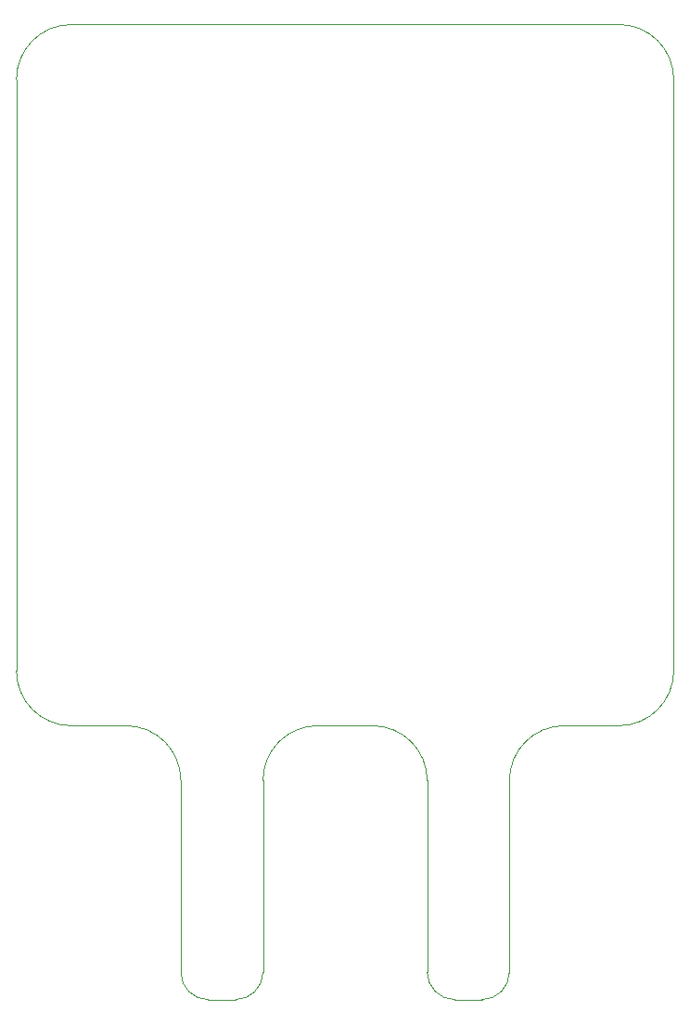
<source format=gko>
G04*
G04 #@! TF.GenerationSoftware,Altium Limited,Altium Designer,23.4.1 (23)*
G04*
G04 Layer_Color=16711935*
%FSLAX44Y44*%
%MOMM*%
G71*
G04*
G04 #@! TF.SameCoordinates,810E8BC2-B951-4309-8685-973D218C77A5*
G04*
G04*
G04 #@! TF.FilePolarity,Positive*
G04*
G01*
G75*
%ADD87C,0.0100*%
%ADD88C,0.0100*%
D87*
X200000Y-750000D02*
G03*
X225000Y-725000I0J25000D01*
G01*
X150000D02*
G03*
X175000Y-750000I25000J0D01*
G01*
X425000D02*
G03*
X450000Y-725000I0J25000D01*
G01*
X375000D02*
G03*
X400000Y-750000I25000J0D01*
G01*
X275000Y-500000D02*
G03*
X225000Y-550000I0J-50000D01*
G01*
X375000D02*
G03*
X325000Y-500000I-50000J0D01*
G01*
X500000D02*
G03*
X450000Y-550000I0J-50000D01*
G01*
X600000Y90000D02*
G03*
X550000Y140000I-50000J0D01*
G01*
Y-500000D02*
G03*
X600000Y-450000I0J50000D01*
G01*
X150000Y-550000D02*
G03*
X100000Y-500000I-50000J0D01*
G01*
X50000Y140000D02*
G03*
X0Y90000I0J-50000D01*
G01*
Y-450000D02*
G03*
X50000Y-500000I50000J0D01*
G01*
X175000Y-750000D02*
X200000D01*
X150000Y-725000D02*
Y-550000D01*
X225000Y-725000D02*
Y-550000D01*
X400000Y-750000D02*
X425000D01*
X450000Y-725000D02*
Y-550000D01*
X375000Y-725000D02*
Y-550000D01*
X50000Y140000D02*
X550000D01*
X275000Y-500000D02*
X325000D01*
X600000Y-450000D02*
Y90000D01*
X500000Y-500000D02*
X550000D01*
X0Y-450000D02*
Y90000D01*
X50000Y-500000D02*
X100000D01*
D88*
X375000Y-550000D02*
D03*
M02*

</source>
